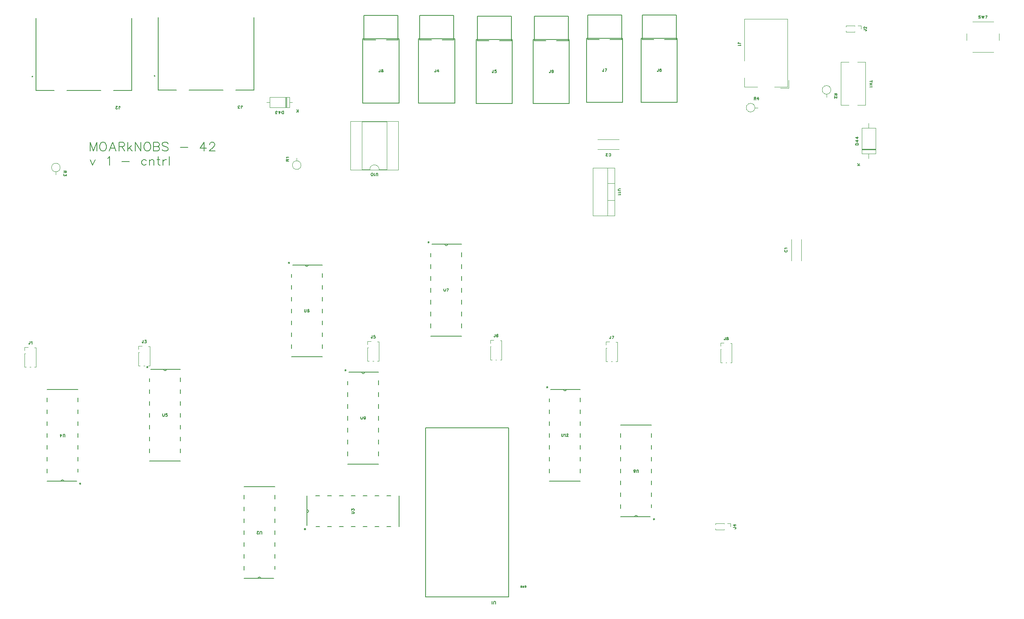
<source format=gto>
G04 Layer: TopSilkscreenLayer*
G04 EasyEDA Pro v2.2.35.2, 2025-01-25 12:46:23*
G04 Gerber Generator version 0.3*
G04 Scale: 100 percent, Rotated: No, Reflected: No*
G04 Dimensions in millimeters*
G04 Leading zeros omitted, absolute positions, 4 integers and 5 decimals*
%FSLAX45Y45*%
%MOMM*%
%ADD10C,0.15*%
%ADD11C,0.2032*%
%ADD12C,0.12*%
%ADD13C,0.1524*%
%ADD14C,0.127*%
%ADD15C,0.2041*%
%ADD16C,0.2*%
G75*


G04 Text Start*
G54D10*
G01X20641504Y-42786D02*
G01X20636170Y-37452D01*
G01X20628296Y-34912D01*
G01X20617628Y-34912D01*
G01X20609500Y-37452D01*
G01X20604420Y-42786D01*
G01X20604420Y-48120D01*
G01X20606960Y-53454D01*
G01X20609500Y-55994D01*
G01X20614834Y-58788D01*
G01X20630836Y-64122D01*
G01X20636170Y-66662D01*
G01X20638710Y-69456D01*
G01X20641504Y-74790D01*
G01X20641504Y-82664D01*
G01X20636170Y-87998D01*
G01X20628296Y-90538D01*
G01X20617628Y-90538D01*
G01X20609500Y-87998D01*
G01X20604420Y-82664D01*
G01X20669190Y-34912D02*
G01X20682652Y-90538D01*
G01X20695860Y-34912D02*
G01X20682652Y-90538D01*
G01X20695860Y-34912D02*
G01X20709068Y-90538D01*
G01X20722276Y-34912D02*
G01X20709068Y-90538D01*
G01X20787300Y-34912D02*
G01X20760630Y-90538D01*
G01X20749962Y-34912D02*
G01X20787300Y-34912D01*
G01X10216956Y-1200112D02*
G01X10216956Y-1242530D01*
G01X10214416Y-1250404D01*
G01X10211622Y-1253198D01*
G01X10206288Y-1255738D01*
G01X10200954Y-1255738D01*
G01X10195620Y-1253198D01*
G01X10193080Y-1250404D01*
G01X10190540Y-1242530D01*
G01X10190540Y-1237196D01*
G01X10276646Y-1200112D02*
G01X10249976Y-1200112D01*
G01X10247436Y-1223988D01*
G01X10249976Y-1221194D01*
G01X10258104Y-1218654D01*
G01X10265978Y-1218654D01*
G01X10273852Y-1221194D01*
G01X10279186Y-1226528D01*
G01X10281980Y-1234656D01*
G01X10281980Y-1239990D01*
G01X10279186Y-1247864D01*
G01X10273852Y-1253198D01*
G01X10265978Y-1255738D01*
G01X10258104Y-1255738D01*
G01X10249976Y-1253198D01*
G01X10247436Y-1250404D01*
G01X10244642Y-1245070D01*
G01X5257994Y-11144288D02*
G01X5257994Y-11104410D01*
G01X5255454Y-11096536D01*
G01X5250120Y-11091202D01*
G01X5242246Y-11088662D01*
G01X5236912Y-11088662D01*
G01X5228784Y-11091202D01*
G01X5223704Y-11096536D01*
G01X5220910Y-11104410D01*
G01X5220910Y-11144288D01*
G01X5190430Y-11131080D02*
G01X5190430Y-11133874D01*
G01X5187890Y-11138954D01*
G01X5185096Y-11141748D01*
G01X5179762Y-11144288D01*
G01X5169348Y-11144288D01*
G01X5164014Y-11141748D01*
G01X5161220Y-11138954D01*
G01X5158680Y-11133874D01*
G01X5158680Y-11128540D01*
G01X5161220Y-11123206D01*
G01X5166554Y-11115078D01*
G01X5193224Y-11088662D01*
G01X5155886Y-11088662D01*
G01X18326488Y-1439574D02*
G01X18270862Y-1439574D01*
G01X18326488Y-1421032D02*
G01X18326488Y-1458116D01*
G01X18326488Y-1485802D02*
G01X18270862Y-1485802D01*
G01X18326488Y-1523140D02*
G01X18270862Y-1523140D01*
G01X18300072Y-1485802D02*
G01X18300072Y-1523140D01*
G01X18316074Y-1550826D02*
G01X18318614Y-1556160D01*
G01X18326488Y-1564288D01*
G01X18270862Y-1564288D01*
G01X12691240Y-3032580D02*
G01X12693780Y-3037914D01*
G01X12699114Y-3043248D01*
G01X12704448Y-3045788D01*
G01X12715116Y-3045788D01*
G01X12720450Y-3043248D01*
G01X12725784Y-3037914D01*
G01X12728324Y-3032580D01*
G01X12730864Y-3024706D01*
G01X12730864Y-3011244D01*
G01X12728324Y-3003370D01*
G01X12725784Y-2998036D01*
G01X12720450Y-2992702D01*
G01X12715116Y-2990162D01*
G01X12704448Y-2990162D01*
G01X12699114Y-2992702D01*
G01X12693780Y-2998036D01*
G01X12691240Y-3003370D01*
G01X12660760Y-3032580D02*
G01X12660760Y-3035374D01*
G01X12658220Y-3040454D01*
G01X12655426Y-3043248D01*
G01X12650092Y-3045788D01*
G01X12639678Y-3045788D01*
G01X12634344Y-3043248D01*
G01X12631550Y-3040454D01*
G01X12629010Y-3035374D01*
G01X12629010Y-3030040D01*
G01X12631550Y-3024706D01*
G01X12636884Y-3016578D01*
G01X12663554Y-2990162D01*
G01X12626216Y-2990162D01*
G01X16461920Y-5059302D02*
G01X16456586Y-5061842D01*
G01X16451252Y-5067176D01*
G01X16448712Y-5072510D01*
G01X16448712Y-5083178D01*
G01X16451252Y-5088512D01*
G01X16456586Y-5093846D01*
G01X16461920Y-5096386D01*
G01X16469794Y-5098926D01*
G01X16483256Y-5098926D01*
G01X16491130Y-5096386D01*
G01X16496464Y-5093846D01*
G01X16501798Y-5088512D01*
G01X16504338Y-5083178D01*
G01X16504338Y-5072510D01*
G01X16501798Y-5067176D01*
G01X16496464Y-5061842D01*
G01X16491130Y-5059302D01*
G01X16459126Y-5031616D02*
G01X16456586Y-5026282D01*
G01X16448712Y-5018154D01*
G01X16504338Y-5018154D01*
G01X5783312Y-3150556D02*
G01X5838938Y-3150556D01*
G01X5783312Y-3150556D02*
G01X5783312Y-3126680D01*
G01X5785852Y-3118806D01*
G01X5788646Y-3116266D01*
G01X5793726Y-3113472D01*
G01X5799060Y-3113472D01*
G01X5804394Y-3116266D01*
G01X5807188Y-3118806D01*
G01X5809728Y-3126680D01*
G01X5809728Y-3150556D01*
G01X5809728Y-3132014D02*
G01X5838938Y-3113472D01*
G01X5793726Y-3085786D02*
G01X5791186Y-3080452D01*
G01X5783312Y-3072324D01*
G01X5838938Y-3072324D01*
G01X17971112Y-2803846D02*
G01X18026738Y-2803846D01*
G01X17971112Y-2803846D02*
G01X17971112Y-2785304D01*
G01X17973652Y-2777430D01*
G01X17978986Y-2772096D01*
G01X17984320Y-2769556D01*
G01X17992194Y-2766762D01*
G01X18005656Y-2766762D01*
G01X18013530Y-2769556D01*
G01X18018864Y-2772096D01*
G01X18024198Y-2777430D01*
G01X18026738Y-2785304D01*
G01X18026738Y-2803846D01*
G01X17971112Y-2712406D02*
G01X18008196Y-2739076D01*
G01X18008196Y-2699198D01*
G01X17971112Y-2712406D02*
G01X18026738Y-2712406D01*
G01X17971112Y-2644842D02*
G01X18008196Y-2671512D01*
G01X18008196Y-2631634D01*
G01X17971112Y-2644842D02*
G01X18026738Y-2644842D01*
G01X18008112Y-3244282D02*
G01X18063738Y-3244282D01*
G01X18008112Y-3207198D02*
G01X18045196Y-3244282D01*
G01X18031988Y-3231074D02*
G01X18063738Y-3207198D01*
G01X5723576Y-2136088D02*
G01X5723576Y-2080462D01*
G01X5723576Y-2136088D02*
G01X5705034Y-2136088D01*
G01X5697160Y-2133548D01*
G01X5691826Y-2128214D01*
G01X5689286Y-2122880D01*
G01X5686492Y-2115006D01*
G01X5686492Y-2101544D01*
G01X5689286Y-2093670D01*
G01X5691826Y-2088336D01*
G01X5697160Y-2083002D01*
G01X5705034Y-2080462D01*
G01X5723576Y-2080462D01*
G01X5632136Y-2136088D02*
G01X5658806Y-2099004D01*
G01X5618928Y-2099004D01*
G01X5632136Y-2136088D02*
G01X5632136Y-2080462D01*
G01X5585908Y-2136088D02*
G01X5556698Y-2136088D01*
G01X5572700Y-2115006D01*
G01X5564572Y-2115006D01*
G01X5559238Y-2112212D01*
G01X5556698Y-2109672D01*
G01X5553904Y-2101544D01*
G01X5553904Y-2096210D01*
G01X5556698Y-2088336D01*
G01X5562032Y-2083002D01*
G01X5569906Y-2080462D01*
G01X5577780Y-2080462D01*
G01X5585908Y-2083002D01*
G01X5588448Y-2085796D01*
G01X5591242Y-2091130D01*
G01X6038282Y-2104088D02*
G01X6038282Y-2048462D01*
G01X6001198Y-2104088D02*
G01X6038282Y-2067004D01*
G01X6025074Y-2080212D02*
G01X6001198Y-2048462D01*
G01X15509588Y-633594D02*
G01X15467170Y-633594D01*
G01X15459296Y-631054D01*
G01X15456502Y-628260D01*
G01X15453962Y-622926D01*
G01X15453962Y-617592D01*
G01X15456502Y-612258D01*
G01X15459296Y-609718D01*
G01X15467170Y-607178D01*
G01X15472504Y-607178D01*
G01X15499174Y-661280D02*
G01X15501714Y-666614D01*
G01X15509588Y-674742D01*
G01X15453962Y-674742D01*
G01X10262556Y-12642888D02*
G01X10262556Y-12603010D01*
G01X10260016Y-12595136D01*
G01X10254682Y-12589802D01*
G01X10246808Y-12587262D01*
G01X10241474Y-12587262D01*
G01X10233346Y-12589802D01*
G01X10228266Y-12595136D01*
G01X10225472Y-12603010D01*
G01X10225472Y-12642888D01*
G01X10197786Y-12632474D02*
G01X10192452Y-12635014D01*
G01X10184324Y-12642888D01*
G01X10184324Y-12587262D01*
G01X10890698Y-12278872D02*
G01X10892222Y-12281920D01*
G01X10895270Y-12284968D01*
G01X10898318Y-12286492D01*
G01X10904414Y-12286492D01*
G01X10907462Y-12284968D01*
G01X10910510Y-12281920D01*
G01X10912034Y-12278872D01*
G01X10913558Y-12274300D01*
G01X10913558Y-12266680D01*
G01X10912034Y-12262108D01*
G01X10910510Y-12259060D01*
G01X10907462Y-12256012D01*
G01X10904414Y-12254488D01*
G01X10898318Y-12254488D01*
G01X10895270Y-12256012D01*
G01X10892222Y-12259060D01*
G01X10890698Y-12262108D01*
G01X10890698Y-12266680D01*
G01X10898318Y-12266680D02*
G01X10890698Y-12266680D01*
G01X10868346Y-12286492D02*
G01X10868346Y-12254488D01*
G01X10868346Y-12286492D02*
G01X10847010Y-12254488D01*
G01X10847010Y-12286492D02*
G01X10847010Y-12254488D01*
G01X10824658Y-12286492D02*
G01X10824658Y-12254488D01*
G01X10824658Y-12286492D02*
G01X10813990Y-12286492D01*
G01X10809418Y-12284968D01*
G01X10806370Y-12281920D01*
G01X10804846Y-12278872D01*
G01X10803322Y-12274300D01*
G01X10803322Y-12266680D01*
G01X10804846Y-12262108D01*
G01X10806370Y-12259060D01*
G01X10809418Y-12256012D01*
G01X10813990Y-12254488D01*
G01X10824658Y-12254488D01*
G01X11675932Y-8997912D02*
G01X11675932Y-9037790D01*
G01X11678472Y-9045664D01*
G01X11683806Y-9050998D01*
G01X11691680Y-9053538D01*
G01X11697014Y-9053538D01*
G01X11705142Y-9050998D01*
G01X11710222Y-9045664D01*
G01X11713016Y-9037790D01*
G01X11713016Y-8997912D01*
G01X11740702Y-9008326D02*
G01X11746036Y-9005786D01*
G01X11754164Y-8997912D01*
G01X11754164Y-9053538D01*
G01X11784644Y-9011120D02*
G01X11784644Y-9008326D01*
G01X11787184Y-9003246D01*
G01X11789978Y-9000452D01*
G01X11795312Y-8997912D01*
G01X11805726Y-8997912D01*
G01X11811060Y-9000452D01*
G01X11813854Y-9003246D01*
G01X11816394Y-9008326D01*
G01X11816394Y-9013660D01*
G01X11813854Y-9018994D01*
G01X11808520Y-9027122D01*
G01X11781850Y-9053538D01*
G01X11819188Y-9053538D01*
G01X11366560Y-7983690D02*
G01X11366560Y-8015694D01*
G01X11353352Y-7991818D02*
G01X11379768Y-8007820D01*
G01X11379768Y-7991818D02*
G01X11353352Y-8007820D01*
G01X11366560Y-7983690D02*
G01X11366560Y-8015694D01*
G01X11353352Y-7991818D02*
G01X11379768Y-8007820D01*
G01X11379768Y-7991818D02*
G01X11353352Y-8007820D01*
G01X4815744Y-2021188D02*
G01X4815744Y-1978770D01*
G01X4818284Y-1970896D01*
G01X4821078Y-1968102D01*
G01X4826412Y-1965562D01*
G01X4831746Y-1965562D01*
G01X4837080Y-1968102D01*
G01X4839620Y-1970896D01*
G01X4842160Y-1978770D01*
G01X4842160Y-1984104D01*
G01X4782724Y-2021188D02*
G01X4753514Y-2021188D01*
G01X4769516Y-2000106D01*
G01X4761388Y-2000106D01*
G01X4756054Y-1997312D01*
G01X4753514Y-1994772D01*
G01X4750720Y-1986644D01*
G01X4750720Y-1981310D01*
G01X4753514Y-1973436D01*
G01X4758848Y-1968102D01*
G01X4766722Y-1965562D01*
G01X4774596Y-1965562D01*
G01X4782724Y-1968102D01*
G01X4785264Y-1970896D01*
G01X4788058Y-1976230D01*
G01X6173403Y-6330912D02*
G01X6173403Y-6370790D01*
G01X6175943Y-6378664D01*
G01X6181277Y-6383998D01*
G01X6189151Y-6386538D01*
G01X6194485Y-6386538D01*
G01X6202613Y-6383998D01*
G01X6207693Y-6378664D01*
G01X6210487Y-6370790D01*
G01X6210487Y-6330912D01*
G01X6270177Y-6338786D02*
G01X6267383Y-6333452D01*
G01X6259509Y-6330912D01*
G01X6254175Y-6330912D01*
G01X6246301Y-6333452D01*
G01X6240967Y-6341326D01*
G01X6238173Y-6354788D01*
G01X6238173Y-6367996D01*
G01X6240967Y-6378664D01*
G01X6246301Y-6383998D01*
G01X6254175Y-6386538D01*
G01X6256715Y-6386538D01*
G01X6264843Y-6383998D01*
G01X6270177Y-6378664D01*
G01X6272717Y-6370790D01*
G01X6272717Y-6367996D01*
G01X6270177Y-6360122D01*
G01X6264843Y-6354788D01*
G01X6256715Y-6351994D01*
G01X6254175Y-6351994D01*
G01X6246301Y-6354788D01*
G01X6240967Y-6360122D01*
G01X6238173Y-6367996D01*
G01X5842060Y-5316690D02*
G01X5842060Y-5348694D01*
G01X5828852Y-5324818D02*
G01X5855268Y-5340820D01*
G01X5855268Y-5324818D02*
G01X5828852Y-5340820D01*
G01X5842060Y-5316690D02*
G01X5842060Y-5348694D01*
G01X5828852Y-5324818D02*
G01X5855268Y-5340820D01*
G01X5855268Y-5324818D02*
G01X5828852Y-5340820D01*
G01X7181812Y-10706294D02*
G01X7221690Y-10706294D01*
G01X7229564Y-10703754D01*
G01X7234898Y-10698420D01*
G01X7237438Y-10690546D01*
G01X7237438Y-10685212D01*
G01X7234898Y-10677084D01*
G01X7229564Y-10672004D01*
G01X7221690Y-10669210D01*
G01X7181812Y-10669210D01*
G01X7181812Y-10636190D02*
G01X7181812Y-10606980D01*
G01X7202894Y-10622982D01*
G01X7202894Y-10614854D01*
G01X7205688Y-10609520D01*
G01X7208228Y-10606980D01*
G01X7216356Y-10604186D01*
G01X7221690Y-10604186D01*
G01X7229564Y-10606980D01*
G01X7234898Y-10612314D01*
G01X7237438Y-10620188D01*
G01X7237438Y-10628062D01*
G01X7234898Y-10636190D01*
G01X7232104Y-10638730D01*
G01X7226770Y-10641524D01*
G01X6167590Y-11036240D02*
G01X6199594Y-11036240D01*
G01X6175718Y-11049448D02*
G01X6191720Y-11023032D01*
G01X6175718Y-11023032D02*
G01X6191720Y-11049448D01*
G01X6167590Y-11036240D02*
G01X6199594Y-11036240D01*
G01X6175718Y-11049448D02*
G01X6191720Y-11023032D01*
G01X6175718Y-11023032D02*
G01X6191720Y-11049448D01*
G01X12579156Y-1174712D02*
G01X12579156Y-1217130D01*
G01X12576616Y-1225004D01*
G01X12573822Y-1227798D01*
G01X12568488Y-1230338D01*
G01X12563154Y-1230338D01*
G01X12557820Y-1227798D01*
G01X12555280Y-1225004D01*
G01X12552740Y-1217130D01*
G01X12552740Y-1211796D01*
G01X12644180Y-1174712D02*
G01X12617510Y-1230338D01*
G01X12606842Y-1174712D02*
G01X12644180Y-1174712D01*
G01X3136706Y-8566112D02*
G01X3136706Y-8605990D01*
G01X3139246Y-8613864D01*
G01X3144580Y-8619198D01*
G01X3152454Y-8621738D01*
G01X3157788Y-8621738D01*
G01X3165916Y-8619198D01*
G01X3170996Y-8613864D01*
G01X3173790Y-8605990D01*
G01X3173790Y-8566112D01*
G01X3233480Y-8566112D02*
G01X3206810Y-8566112D01*
G01X3204270Y-8589988D01*
G01X3206810Y-8587194D01*
G01X3214938Y-8584654D01*
G01X3222812Y-8584654D01*
G01X3230686Y-8587194D01*
G01X3236020Y-8592528D01*
G01X3238814Y-8600656D01*
G01X3238814Y-8605990D01*
G01X3236020Y-8613864D01*
G01X3230686Y-8619198D01*
G01X3222812Y-8621738D01*
G01X3214938Y-8621738D01*
G01X3206810Y-8619198D01*
G01X3204270Y-8616404D01*
G01X3201476Y-8611070D01*
G01X2806760Y-7551890D02*
G01X2806760Y-7583894D01*
G01X2793552Y-7560018D02*
G01X2819968Y-7576020D01*
G01X2819968Y-7560018D02*
G01X2793552Y-7576020D01*
G01X2806760Y-7551890D02*
G01X2806760Y-7583894D01*
G01X2793552Y-7560018D02*
G01X2819968Y-7576020D01*
G01X2819968Y-7560018D02*
G01X2793552Y-7576020D01*
G01X13748953Y-1174712D02*
G01X13748953Y-1217130D01*
G01X13746413Y-1225004D01*
G01X13743619Y-1227798D01*
G01X13738285Y-1230338D01*
G01X13732951Y-1230338D01*
G01X13727617Y-1227798D01*
G01X13725077Y-1225004D01*
G01X13722537Y-1217130D01*
G01X13722537Y-1211796D01*
G01X13808643Y-1182586D02*
G01X13805849Y-1177252D01*
G01X13797975Y-1174712D01*
G01X13792641Y-1174712D01*
G01X13784767Y-1177252D01*
G01X13779433Y-1185126D01*
G01X13776639Y-1198588D01*
G01X13776639Y-1211796D01*
G01X13779433Y-1222464D01*
G01X13784767Y-1227798D01*
G01X13792641Y-1230338D01*
G01X13795181Y-1230338D01*
G01X13803309Y-1227798D01*
G01X13808643Y-1222464D01*
G01X13811183Y-1214590D01*
G01X13811183Y-1211796D01*
G01X13808643Y-1203922D01*
G01X13803309Y-1198588D01*
G01X13795181Y-1195794D01*
G01X13792641Y-1195794D01*
G01X13784767Y-1198588D01*
G01X13779433Y-1203922D01*
G01X13776639Y-1211796D01*
G01X17571988Y-1701606D02*
G01X17516362Y-1701606D01*
G01X17571988Y-1701606D02*
G01X17571988Y-1725482D01*
G01X17569448Y-1733356D01*
G01X17566654Y-1735896D01*
G01X17561574Y-1738690D01*
G01X17556240Y-1738690D01*
G01X17550906Y-1735896D01*
G01X17548112Y-1733356D01*
G01X17545572Y-1725482D01*
G01X17545572Y-1701606D01*
G01X17545572Y-1720148D02*
G01X17516362Y-1738690D01*
G01X17558780Y-1769170D02*
G01X17561574Y-1769170D01*
G01X17566654Y-1771710D01*
G01X17569448Y-1774504D01*
G01X17571988Y-1779838D01*
G01X17571988Y-1790252D01*
G01X17569448Y-1795586D01*
G01X17566654Y-1798380D01*
G01X17561574Y-1800920D01*
G01X17556240Y-1800920D01*
G01X17550906Y-1798380D01*
G01X17542778Y-1793046D01*
G01X17516362Y-1766376D01*
G01X17516362Y-1803714D01*
G01X7379903Y-8629612D02*
G01X7379903Y-8669490D01*
G01X7382443Y-8677364D01*
G01X7387777Y-8682698D01*
G01X7395651Y-8685238D01*
G01X7400985Y-8685238D01*
G01X7409113Y-8682698D01*
G01X7414193Y-8677364D01*
G01X7416987Y-8669490D01*
G01X7416987Y-8629612D01*
G01X7479217Y-8648154D02*
G01X7476677Y-8656028D01*
G01X7471343Y-8661362D01*
G01X7463215Y-8664156D01*
G01X7460675Y-8664156D01*
G01X7452801Y-8661362D01*
G01X7447467Y-8656028D01*
G01X7444673Y-8648154D01*
G01X7444673Y-8645360D01*
G01X7447467Y-8637486D01*
G01X7452801Y-8632152D01*
G01X7460675Y-8629612D01*
G01X7463215Y-8629612D01*
G01X7471343Y-8632152D01*
G01X7476677Y-8637486D01*
G01X7479217Y-8648154D01*
G01X7479217Y-8661362D01*
G01X7476677Y-8674570D01*
G01X7471343Y-8682698D01*
G01X7463215Y-8685238D01*
G01X7458135Y-8685238D01*
G01X7450007Y-8682698D01*
G01X7447467Y-8677364D01*
G01X7048560Y-7615390D02*
G01X7048560Y-7647394D01*
G01X7035352Y-7623518D02*
G01X7061768Y-7639520D01*
G01X7061768Y-7623518D02*
G01X7035352Y-7639520D01*
G01X7048560Y-7615390D02*
G01X7048560Y-7647394D01*
G01X7035352Y-7623518D02*
G01X7061768Y-7639520D01*
G01X7061768Y-7623518D02*
G01X7035352Y-7639520D01*
G01X7742368Y-3465188D02*
G01X7742368Y-3425310D01*
G01X7739828Y-3417436D01*
G01X7734494Y-3412102D01*
G01X7726620Y-3409562D01*
G01X7721286Y-3409562D01*
G01X7713158Y-3412102D01*
G01X7708078Y-3417436D01*
G01X7705284Y-3425310D01*
G01X7705284Y-3465188D01*
G01X7677598Y-3454774D02*
G01X7672264Y-3457314D01*
G01X7664136Y-3465188D01*
G01X7664136Y-3409562D01*
G01X7620448Y-3465188D02*
G01X7628322Y-3462648D01*
G01X7633656Y-3454774D01*
G01X7636450Y-3441312D01*
G01X7636450Y-3433438D01*
G01X7633656Y-3420230D01*
G01X7628322Y-3412102D01*
G01X7620448Y-3409562D01*
G01X7615114Y-3409562D01*
G01X7607240Y-3412102D01*
G01X7601906Y-3420230D01*
G01X7599112Y-3433438D01*
G01X7599112Y-3441312D01*
G01X7601906Y-3454774D01*
G01X7607240Y-3462648D01*
G01X7615114Y-3465188D01*
G01X7620448Y-3465188D01*
G01X13322494Y-9823488D02*
G01X13322494Y-9783610D01*
G01X13319954Y-9775736D01*
G01X13314620Y-9770402D01*
G01X13306746Y-9767862D01*
G01X13301412Y-9767862D01*
G01X13293284Y-9770402D01*
G01X13288204Y-9775736D01*
G01X13285410Y-9783610D01*
G01X13285410Y-9823488D01*
G01X13244262Y-9823488D02*
G01X13252390Y-9820948D01*
G01X13254930Y-9815614D01*
G01X13254930Y-9810280D01*
G01X13252390Y-9804946D01*
G01X13247056Y-9802406D01*
G01X13236388Y-9799612D01*
G01X13228514Y-9797072D01*
G01X13223180Y-9791738D01*
G01X13220386Y-9786404D01*
G01X13220386Y-9778530D01*
G01X13223180Y-9773196D01*
G01X13225720Y-9770402D01*
G01X13233848Y-9767862D01*
G01X13244262Y-9767862D01*
G01X13252390Y-9770402D01*
G01X13254930Y-9773196D01*
G01X13257724Y-9778530D01*
G01X13257724Y-9786404D01*
G01X13254930Y-9791738D01*
G01X13249596Y-9797072D01*
G01X13241722Y-9799612D01*
G01X13231054Y-9802406D01*
G01X13225720Y-9804946D01*
G01X13223180Y-9810280D01*
G01X13223180Y-9815614D01*
G01X13225720Y-9820948D01*
G01X13233848Y-9823488D01*
G01X13244262Y-9823488D01*
G01X13652440Y-10837710D02*
G01X13652440Y-10805706D01*
G01X13665648Y-10829582D02*
G01X13639232Y-10813580D01*
G01X13639232Y-10829582D02*
G01X13665648Y-10813580D01*
G01X13652440Y-10837710D02*
G01X13652440Y-10805706D01*
G01X13665648Y-10829582D02*
G01X13639232Y-10813580D01*
G01X13639232Y-10829582D02*
G01X13665648Y-10813580D01*
G01X1042864Y-9061488D02*
G01X1042864Y-9021610D01*
G01X1040324Y-9013736D01*
G01X1034990Y-9008402D01*
G01X1027116Y-9005862D01*
G01X1021782Y-9005862D01*
G01X1013654Y-9008402D01*
G01X1008574Y-9013736D01*
G01X1005780Y-9021610D01*
G01X1005780Y-9061488D01*
G01X951424Y-9061488D02*
G01X978094Y-9024404D01*
G01X938216Y-9024404D01*
G01X951424Y-9061488D02*
G01X951424Y-9005862D01*
G01X1371540Y-10075710D02*
G01X1371540Y-10043706D01*
G01X1384748Y-10067582D02*
G01X1358332Y-10051580D01*
G01X1358332Y-10067582D02*
G01X1384748Y-10051580D01*
G01X1371540Y-10075710D02*
G01X1371540Y-10043706D01*
G01X1384748Y-10067582D02*
G01X1358332Y-10051580D01*
G01X1358332Y-10067582D02*
G01X1384748Y-10051580D01*
G01X11437553Y-1200112D02*
G01X11437553Y-1242530D01*
G01X11435013Y-1250404D01*
G01X11432219Y-1253198D01*
G01X11426885Y-1255738D01*
G01X11421551Y-1255738D01*
G01X11416217Y-1253198D01*
G01X11413677Y-1250404D01*
G01X11411137Y-1242530D01*
G01X11411137Y-1237196D01*
G01X11499783Y-1218654D02*
G01X11497243Y-1226528D01*
G01X11491909Y-1231862D01*
G01X11483781Y-1234656D01*
G01X11481241Y-1234656D01*
G01X11473367Y-1231862D01*
G01X11468033Y-1226528D01*
G01X11465239Y-1218654D01*
G01X11465239Y-1215860D01*
G01X11468033Y-1207986D01*
G01X11473367Y-1202652D01*
G01X11481241Y-1200112D01*
G01X11483781Y-1200112D01*
G01X11491909Y-1202652D01*
G01X11497243Y-1207986D01*
G01X11499783Y-1218654D01*
G01X11499783Y-1231862D01*
G01X11497243Y-1245070D01*
G01X11491909Y-1253198D01*
G01X11483781Y-1255738D01*
G01X11478701Y-1255738D01*
G01X11470573Y-1253198D01*
G01X11468033Y-1247864D01*
G01X9156506Y-5886412D02*
G01X9156506Y-5926290D01*
G01X9159046Y-5934164D01*
G01X9164380Y-5939498D01*
G01X9172254Y-5942038D01*
G01X9177588Y-5942038D01*
G01X9185716Y-5939498D01*
G01X9190796Y-5934164D01*
G01X9193590Y-5926290D01*
G01X9193590Y-5886412D01*
G01X9258614Y-5886412D02*
G01X9231944Y-5942038D01*
G01X9221276Y-5886412D02*
G01X9258614Y-5886412D01*
G01X8826560Y-4872190D02*
G01X8826560Y-4904194D01*
G01X8813352Y-4880318D02*
G01X8839768Y-4896320D01*
G01X8839768Y-4880318D02*
G01X8813352Y-4896320D01*
G01X8826560Y-4872190D02*
G01X8826560Y-4904194D01*
G01X8813352Y-4880318D02*
G01X8839768Y-4896320D01*
G01X8839768Y-4880318D02*
G01X8813352Y-4896320D01*
G01X2199544Y-2033888D02*
G01X2199544Y-1991470D01*
G01X2202084Y-1983596D01*
G01X2204878Y-1980802D01*
G01X2210212Y-1978262D01*
G01X2215546Y-1978262D01*
G01X2220880Y-1980802D01*
G01X2223420Y-1983596D01*
G01X2225960Y-1991470D01*
G01X2225960Y-1996804D01*
G01X2169064Y-2020680D02*
G01X2169064Y-2023474D01*
G01X2166524Y-2028554D01*
G01X2163730Y-2031348D01*
G01X2158396Y-2033888D01*
G01X2147982Y-2033888D01*
G01X2142648Y-2031348D01*
G01X2139854Y-2028554D01*
G01X2137314Y-2023474D01*
G01X2137314Y-2018140D01*
G01X2139854Y-2012806D01*
G01X2145188Y-2004678D01*
G01X2171858Y-1978262D01*
G01X2134520Y-1978262D01*
G01X1074688Y-3365306D02*
G01X1019062Y-3365306D01*
G01X1074688Y-3365306D02*
G01X1074688Y-3389182D01*
G01X1072148Y-3397056D01*
G01X1069354Y-3399596D01*
G01X1064274Y-3402390D01*
G01X1058940Y-3402390D01*
G01X1053606Y-3399596D01*
G01X1050812Y-3397056D01*
G01X1048272Y-3389182D01*
G01X1048272Y-3365306D01*
G01X1048272Y-3383848D02*
G01X1019062Y-3402390D01*
G01X1074688Y-3435410D02*
G01X1074688Y-3464620D01*
G01X1053606Y-3448618D01*
G01X1053606Y-3456746D01*
G01X1050812Y-3462080D01*
G01X1048272Y-3464620D01*
G01X1040144Y-3467414D01*
G01X1034810Y-3467414D01*
G01X1026936Y-3464620D01*
G01X1021602Y-3459286D01*
G01X1019062Y-3451412D01*
G01X1019062Y-3443538D01*
G01X1021602Y-3435410D01*
G01X1024396Y-3432870D01*
G01X1029730Y-3430076D01*
G01X8983786Y-1187412D02*
G01X8983786Y-1229830D01*
G01X8981246Y-1237704D01*
G01X8978452Y-1240498D01*
G01X8973118Y-1243038D01*
G01X8967784Y-1243038D01*
G01X8962450Y-1240498D01*
G01X8959910Y-1237704D01*
G01X8957370Y-1229830D01*
G01X8957370Y-1224496D01*
G01X9038142Y-1187412D02*
G01X9011472Y-1224496D01*
G01X9051350Y-1224496D01*
G01X9038142Y-1187412D02*
G01X9038142Y-1243038D01*
G01X12942888Y-3750370D02*
G01X12903010Y-3750370D01*
G01X12895136Y-3752910D01*
G01X12889802Y-3758244D01*
G01X12887262Y-3766118D01*
G01X12887262Y-3771452D01*
G01X12889802Y-3779580D01*
G01X12895136Y-3784660D01*
G01X12903010Y-3787454D01*
G01X12942888Y-3787454D01*
G01X12932474Y-3815140D02*
G01X12935014Y-3820474D01*
G01X12942888Y-3828602D01*
G01X12887262Y-3828602D01*
G01X12932474Y-3856288D02*
G01X12935014Y-3861622D01*
G01X12942888Y-3869750D01*
G01X12887262Y-3869750D01*
G01X7791256Y-1187412D02*
G01X7791256Y-1229830D01*
G01X7788716Y-1237704D01*
G01X7785922Y-1240498D01*
G01X7780588Y-1243038D01*
G01X7775254Y-1243038D01*
G01X7769920Y-1240498D01*
G01X7767380Y-1237704D01*
G01X7764840Y-1229830D01*
G01X7764840Y-1224496D01*
G01X7832404Y-1187412D02*
G01X7824276Y-1189952D01*
G01X7821736Y-1195286D01*
G01X7821736Y-1200620D01*
G01X7824276Y-1205954D01*
G01X7829610Y-1208494D01*
G01X7840278Y-1211288D01*
G01X7848152Y-1213828D01*
G01X7853486Y-1219162D01*
G01X7856280Y-1224496D01*
G01X7856280Y-1232370D01*
G01X7853486Y-1237704D01*
G01X7850946Y-1240498D01*
G01X7842818Y-1243038D01*
G01X7832404Y-1243038D01*
G01X7824276Y-1240498D01*
G01X7821736Y-1237704D01*
G01X7818942Y-1232370D01*
G01X7818942Y-1224496D01*
G01X7821736Y-1219162D01*
G01X7827070Y-1213828D01*
G01X7834944Y-1211288D01*
G01X7845612Y-1208494D01*
G01X7850946Y-1205954D01*
G01X7853486Y-1200620D01*
G01X7853486Y-1195286D01*
G01X7850946Y-1189952D01*
G01X7842818Y-1187412D01*
G01X7832404Y-1187412D01*
G01X15797336Y-1782812D02*
G01X15797336Y-1838438D01*
G01X15797336Y-1782812D02*
G01X15821212Y-1782812D01*
G01X15829086Y-1785352D01*
G01X15831626Y-1788146D01*
G01X15834420Y-1793226D01*
G01X15834420Y-1798560D01*
G01X15831626Y-1803894D01*
G01X15829086Y-1806688D01*
G01X15821212Y-1809228D01*
G01X15797336Y-1809228D01*
G01X15815878Y-1809228D02*
G01X15834420Y-1838438D01*
G01X15888776Y-1782812D02*
G01X15862106Y-1819896D01*
G01X15901984Y-1819896D01*
G01X15888776Y-1782812D02*
G01X15888776Y-1838438D01*
G01X296694Y-7017912D02*
G01X296694Y-7060330D01*
G01X294154Y-7068204D01*
G01X291360Y-7070998D01*
G01X286026Y-7073538D01*
G01X280692Y-7073538D01*
G01X275358Y-7070998D01*
G01X272818Y-7068204D01*
G01X270278Y-7060330D01*
G01X270278Y-7054996D01*
G01X324380Y-7028326D02*
G01X329714Y-7025786D01*
G01X337842Y-7017912D01*
G01X337842Y-7073538D01*
G01X2723156Y-6992512D02*
G01X2723156Y-7034930D01*
G01X2720616Y-7042804D01*
G01X2717822Y-7045598D01*
G01X2712488Y-7048138D01*
G01X2707154Y-7048138D01*
G01X2701820Y-7045598D01*
G01X2699280Y-7042804D01*
G01X2696740Y-7034930D01*
G01X2696740Y-7029596D01*
G01X2756176Y-6992512D02*
G01X2785386Y-6992512D01*
G01X2769384Y-7013594D01*
G01X2777512Y-7013594D01*
G01X2782846Y-7016388D01*
G01X2785386Y-7018928D01*
G01X2788180Y-7027056D01*
G01X2788180Y-7032390D01*
G01X2785386Y-7040264D01*
G01X2780052Y-7045598D01*
G01X2772178Y-7048138D01*
G01X2764304Y-7048138D01*
G01X2756176Y-7045598D01*
G01X2753636Y-7042804D01*
G01X2750842Y-7037470D01*
G01X7625356Y-6890912D02*
G01X7625356Y-6933330D01*
G01X7622816Y-6941204D01*
G01X7620022Y-6943998D01*
G01X7614688Y-6946538D01*
G01X7609354Y-6946538D01*
G01X7604020Y-6943998D01*
G01X7601480Y-6941204D01*
G01X7598940Y-6933330D01*
G01X7598940Y-6927996D01*
G01X7685046Y-6890912D02*
G01X7658376Y-6890912D01*
G01X7655836Y-6914788D01*
G01X7658376Y-6911994D01*
G01X7666504Y-6909454D01*
G01X7674378Y-6909454D01*
G01X7682252Y-6911994D01*
G01X7687586Y-6917328D01*
G01X7690380Y-6925456D01*
G01X7690380Y-6930790D01*
G01X7687586Y-6938664D01*
G01X7682252Y-6943998D01*
G01X7674378Y-6946538D01*
G01X7666504Y-6946538D01*
G01X7658376Y-6943998D01*
G01X7655836Y-6941204D01*
G01X7653042Y-6935870D01*
G01X10255653Y-6865512D02*
G01X10255653Y-6907930D01*
G01X10253113Y-6915804D01*
G01X10250319Y-6918598D01*
G01X10244985Y-6921138D01*
G01X10239651Y-6921138D01*
G01X10234317Y-6918598D01*
G01X10231777Y-6915804D01*
G01X10229237Y-6907930D01*
G01X10229237Y-6902596D01*
G01X10315343Y-6873386D02*
G01X10312549Y-6868052D01*
G01X10304675Y-6865512D01*
G01X10299341Y-6865512D01*
G01X10291467Y-6868052D01*
G01X10286133Y-6875926D01*
G01X10283339Y-6889388D01*
G01X10283339Y-6902596D01*
G01X10286133Y-6913264D01*
G01X10291467Y-6918598D01*
G01X10299341Y-6921138D01*
G01X10301881Y-6921138D01*
G01X10310009Y-6918598D01*
G01X10315343Y-6913264D01*
G01X10317883Y-6905390D01*
G01X10317883Y-6902596D01*
G01X10315343Y-6894722D01*
G01X10310009Y-6889388D01*
G01X10301881Y-6886594D01*
G01X10299341Y-6886594D01*
G01X10291467Y-6889388D01*
G01X10286133Y-6894722D01*
G01X10283339Y-6902596D01*
G01X12730756Y-6903612D02*
G01X12730756Y-6946030D01*
G01X12728216Y-6953904D01*
G01X12725422Y-6956698D01*
G01X12720088Y-6959238D01*
G01X12714754Y-6959238D01*
G01X12709420Y-6956698D01*
G01X12706880Y-6953904D01*
G01X12704340Y-6946030D01*
G01X12704340Y-6940696D01*
G01X12795780Y-6903612D02*
G01X12769110Y-6959238D01*
G01X12758442Y-6903612D02*
G01X12795780Y-6903612D01*
G01X15181856Y-6929012D02*
G01X15181856Y-6971430D01*
G01X15179316Y-6979304D01*
G01X15176522Y-6982098D01*
G01X15171188Y-6984638D01*
G01X15165854Y-6984638D01*
G01X15160520Y-6982098D01*
G01X15157980Y-6979304D01*
G01X15155440Y-6971430D01*
G01X15155440Y-6966096D01*
G01X15223004Y-6929012D02*
G01X15214876Y-6931552D01*
G01X15212336Y-6936886D01*
G01X15212336Y-6942220D01*
G01X15214876Y-6947554D01*
G01X15220210Y-6950094D01*
G01X15230878Y-6952888D01*
G01X15238752Y-6955428D01*
G01X15244086Y-6960762D01*
G01X15246880Y-6966096D01*
G01X15246880Y-6973970D01*
G01X15244086Y-6979304D01*
G01X15241546Y-6982098D01*
G01X15233418Y-6984638D01*
G01X15223004Y-6984638D01*
G01X15214876Y-6982098D01*
G01X15212336Y-6979304D01*
G01X15209542Y-6973970D01*
G01X15209542Y-6966096D01*
G01X15212336Y-6960762D01*
G01X15217670Y-6955428D01*
G01X15225544Y-6952888D01*
G01X15236212Y-6950094D01*
G01X15241546Y-6947554D01*
G01X15244086Y-6942220D01*
G01X15244086Y-6936886D01*
G01X15241546Y-6931552D01*
G01X15233418Y-6929012D01*
G01X15223004Y-6929012D01*
G01X18146212Y-336244D02*
G01X18188630Y-336244D01*
G01X18196504Y-338784D01*
G01X18199298Y-341578D01*
G01X18201838Y-346912D01*
G01X18201838Y-352246D01*
G01X18199298Y-357580D01*
G01X18196504Y-360120D01*
G01X18188630Y-362660D01*
G01X18183296Y-362660D01*
G01X18159420Y-305764D02*
G01X18156626Y-305764D01*
G01X18151546Y-303224D01*
G01X18148752Y-300430D01*
G01X18146212Y-295096D01*
G01X18146212Y-284682D01*
G01X18148752Y-279348D01*
G01X18151546Y-276554D01*
G01X18156626Y-274014D01*
G01X18161960Y-274014D01*
G01X18167294Y-276554D01*
G01X18175422Y-281888D01*
G01X18201838Y-308558D01*
G01X18201838Y-271220D01*
G01X15352212Y-11005514D02*
G01X15394630Y-11005514D01*
G01X15402504Y-11008054D01*
G01X15405298Y-11010848D01*
G01X15407838Y-11016182D01*
G01X15407838Y-11021516D01*
G01X15405298Y-11026850D01*
G01X15402504Y-11029390D01*
G01X15394630Y-11031930D01*
G01X15389296Y-11031930D01*
G01X15352212Y-10951158D02*
G01X15389296Y-10977828D01*
G01X15389296Y-10937950D01*
G01X15352212Y-10951158D02*
G01X15407838Y-10951158D01*
G54D11*
G01X1584960Y-2750820D02*
G01X1584960Y-2937510D01*
G01X1584960Y-2750820D02*
G01X1656080Y-2937510D01*
G01X1727200Y-2750820D02*
G01X1656080Y-2937510D01*
G01X1727200Y-2750820D02*
G01X1727200Y-2937510D01*
G01X1843532Y-2750820D02*
G01X1825752Y-2759710D01*
G01X1807972Y-2777490D01*
G01X1799082Y-2795270D01*
G01X1790192Y-2821940D01*
G01X1790192Y-2866390D01*
G01X1799082Y-2893060D01*
G01X1807972Y-2910840D01*
G01X1825752Y-2928620D01*
G01X1843532Y-2937510D01*
G01X1879092Y-2937510D01*
G01X1896872Y-2928620D01*
G01X1914652Y-2910840D01*
G01X1923542Y-2893060D01*
G01X1932432Y-2866390D01*
G01X1932432Y-2821940D01*
G01X1923542Y-2795270D01*
G01X1914652Y-2777490D01*
G01X1896872Y-2759710D01*
G01X1879092Y-2750820D01*
G01X1843532Y-2750820D01*
G01X2066544Y-2750820D02*
G01X1995424Y-2937510D01*
G01X2066544Y-2750820D02*
G01X2137664Y-2937510D01*
G01X2022094Y-2875280D02*
G01X2110994Y-2875280D01*
G01X2200656Y-2750820D02*
G01X2200656Y-2937510D01*
G01X2200656Y-2750820D02*
G01X2280666Y-2750820D01*
G01X2307336Y-2759710D01*
G01X2316226Y-2768600D01*
G01X2325116Y-2786380D01*
G01X2325116Y-2804160D01*
G01X2316226Y-2821940D01*
G01X2307336Y-2830830D01*
G01X2280666Y-2839720D01*
G01X2200656Y-2839720D01*
G01X2262886Y-2839720D02*
G01X2325116Y-2937510D01*
G01X2388108Y-2750820D02*
G01X2388108Y-2937510D01*
G01X2477008Y-2813050D02*
G01X2388108Y-2901950D01*
G01X2423668Y-2866390D02*
G01X2485898Y-2937510D01*
G01X2548890Y-2750820D02*
G01X2548890Y-2937510D01*
G01X2548890Y-2750820D02*
G01X2673350Y-2937510D01*
G01X2673350Y-2750820D02*
G01X2673350Y-2937510D01*
G01X2789682Y-2750820D02*
G01X2771902Y-2759710D01*
G01X2754122Y-2777490D01*
G01X2745232Y-2795270D01*
G01X2736342Y-2821940D01*
G01X2736342Y-2866390D01*
G01X2745232Y-2893060D01*
G01X2754122Y-2910840D01*
G01X2771902Y-2928620D01*
G01X2789682Y-2937510D01*
G01X2825242Y-2937510D01*
G01X2843022Y-2928620D01*
G01X2860802Y-2910840D01*
G01X2869692Y-2893060D01*
G01X2878582Y-2866390D01*
G01X2878582Y-2821940D01*
G01X2869692Y-2795270D01*
G01X2860802Y-2777490D01*
G01X2843022Y-2759710D01*
G01X2825242Y-2750820D01*
G01X2789682Y-2750820D01*
G01X2941574Y-2750820D02*
G01X2941574Y-2937510D01*
G01X2941574Y-2750820D02*
G01X3021584Y-2750820D01*
G01X3048254Y-2759710D01*
G01X3057144Y-2768600D01*
G01X3066034Y-2786380D01*
G01X3066034Y-2804160D01*
G01X3057144Y-2821940D01*
G01X3048254Y-2830830D01*
G01X3021584Y-2839720D01*
G01X2941574Y-2839720D02*
G01X3021584Y-2839720D01*
G01X3048254Y-2848610D01*
G01X3057144Y-2857500D01*
G01X3066034Y-2875280D01*
G01X3066034Y-2901950D01*
G01X3057144Y-2919730D01*
G01X3048254Y-2928620D01*
G01X3021584Y-2937510D01*
G01X2941574Y-2937510D01*
G01X3253486Y-2777490D02*
G01X3235706Y-2759710D01*
G01X3209036Y-2750820D01*
G01X3173476Y-2750820D01*
G01X3146806Y-2759710D01*
G01X3129026Y-2777490D01*
G01X3129026Y-2795270D01*
G01X3137916Y-2813050D01*
G01X3146806Y-2821940D01*
G01X3164586Y-2830830D01*
G01X3217926Y-2848610D01*
G01X3235706Y-2857500D01*
G01X3244596Y-2866390D01*
G01X3253486Y-2884170D01*
G01X3253486Y-2910840D01*
G01X3235706Y-2928620D01*
G01X3209036Y-2937510D01*
G01X3173476Y-2937510D01*
G01X3146806Y-2928620D01*
G01X3129026Y-2910840D01*
G01X3515614Y-2857500D02*
G01X3675634Y-2857500D01*
G01X4026662Y-2750820D02*
G01X3937762Y-2875280D01*
G01X4071112Y-2875280D01*
G01X4026662Y-2750820D02*
G01X4026662Y-2937510D01*
G01X4142994Y-2795270D02*
G01X4142994Y-2786380D01*
G01X4151884Y-2768600D01*
G01X4160774Y-2759710D01*
G01X4178554Y-2750820D01*
G01X4214114Y-2750820D01*
G01X4231894Y-2759710D01*
G01X4240784Y-2768600D01*
G01X4249674Y-2786380D01*
G01X4249674Y-2804160D01*
G01X4240784Y-2821940D01*
G01X4223004Y-2848610D01*
G01X4134104Y-2937510D01*
G01X4258564Y-2937510D01*
G01X1584960Y-3117850D02*
G01X1638300Y-3242310D01*
G01X1691640Y-3117850D02*
G01X1638300Y-3242310D01*
G01X1953768Y-3091180D02*
G01X1971548Y-3082290D01*
G01X1998218Y-3055620D01*
G01X1998218Y-3242310D01*
G01X2260346Y-3162300D02*
G01X2420366Y-3162300D01*
G01X2789174Y-3144520D02*
G01X2771394Y-3126740D01*
G01X2753614Y-3117850D01*
G01X2726944Y-3117850D01*
G01X2709164Y-3126740D01*
G01X2691384Y-3144520D01*
G01X2682494Y-3171190D01*
G01X2682494Y-3188970D01*
G01X2691384Y-3215640D01*
G01X2709164Y-3233420D01*
G01X2726944Y-3242310D01*
G01X2753614Y-3242310D01*
G01X2771394Y-3233420D01*
G01X2789174Y-3215640D01*
G01X2852166Y-3117850D02*
G01X2852166Y-3242310D01*
G01X2852166Y-3153410D02*
G01X2878836Y-3126740D01*
G01X2896616Y-3117850D01*
G01X2923286Y-3117850D01*
G01X2941066Y-3126740D01*
G01X2949956Y-3153410D01*
G01X2949956Y-3242310D01*
G01X3039618Y-3055620D02*
G01X3039618Y-3206750D01*
G01X3048508Y-3233420D01*
G01X3066288Y-3242310D01*
G01X3084068Y-3242310D01*
G01X3012948Y-3117850D02*
G01X3075178Y-3117850D01*
G01X3147060Y-3117850D02*
G01X3147060Y-3242310D01*
G01X3147060Y-3171190D02*
G01X3155950Y-3144520D01*
G01X3173730Y-3126740D01*
G01X3191510Y-3117850D01*
G01X3218180Y-3117850D01*
G01X3281172Y-3055620D02*
G01X3281172Y-3242310D01*
G04 Text End*

G04 PolygonModel Start*
G54D12*
G01X20920800Y-166700D02*
G01X20470800Y-166700D01*
G01X20470800Y-816700D02*
G01X20920800Y-816700D01*
G01X21045800Y-566700D02*
G01X21045800Y-416700D01*
G01X20345800Y-416700D02*
G01X20345800Y-566700D01*
G54D13*
G01X10351812Y-568960D02*
G01X10599420Y-568960D01*
G01X10623550Y-543560D02*
G01X9848850Y-543560D01*
G01X9872980Y-568960D02*
G01X10120588Y-568960D01*
G01X10599420Y-43180D02*
G01X9872980Y-43180D01*
G01X10623550Y-1920240D02*
G01X10623550Y-543560D01*
G01X9848850Y-1920240D02*
G01X10623550Y-1920240D01*
G01X9872980Y-43180D02*
G01X9872980Y-568960D01*
G01X10599420Y-568960D02*
G01X10599420Y-43180D01*
G01X9848850Y-543560D02*
G01X9848850Y-1920240D01*
G01X5537200Y-10901643D02*
G01X5537200Y-10815357D01*
G01X4876800Y-10307357D02*
G01X4876800Y-10393643D01*
G01X4876800Y-12096750D02*
G01X5509883Y-12096750D01*
G01X5537200Y-10393643D02*
G01X5537200Y-10307357D01*
G01X4876800Y-10815357D02*
G01X4876800Y-10901643D01*
G01X5537200Y-10647643D02*
G01X5537200Y-10561357D01*
G01X4876800Y-11323357D02*
G01X4876800Y-11409643D01*
G01X5537200Y-11903456D02*
G01X5537200Y-11831357D01*
G01X5537200Y-11663643D02*
G01X5537200Y-11577357D01*
G01X4876800Y-11831357D02*
G01X4876800Y-11917643D01*
G01X5537200Y-10128250D02*
G01X4876800Y-10128250D01*
G01X4876800Y-11577357D02*
G01X4876800Y-11663643D01*
G01X5537200Y-11155643D02*
G01X5537200Y-11069357D01*
G01X4876800Y-10561357D02*
G01X4876800Y-10647643D01*
G01X4876800Y-11069357D02*
G01X4876800Y-11155643D01*
G01X5537200Y-11409643D02*
G01X5537200Y-11323357D01*
G01X5176520Y-12096750D02*
G02X5237480Y-12096750I30480J0D01*
G54D12*
G01X17657700Y-1030600D02*
G01X17657700Y-1954600D01*
G01X18181700Y-1030600D02*
G01X18014300Y-1030600D01*
G01X17825100Y-1954600D02*
G01X17657700Y-1954600D01*
G01X17825100Y-1030600D02*
G01X17657700Y-1030600D01*
G01X18181700Y-1954600D02*
G01X18014300Y-1954600D01*
G01X18181700Y-1030600D02*
G01X18181700Y-1954600D01*
G01X12451600Y-2688500D02*
G01X12451600Y-2687000D01*
G01X12905600Y-2901000D02*
G01X12905600Y-2899500D01*
G01X12451600Y-2901000D02*
G01X12451600Y-2899500D01*
G01X12905600Y-2687000D02*
G01X12451600Y-2687000D01*
G01X12905600Y-2688500D02*
G01X12905600Y-2687000D01*
G01X12905600Y-2901000D02*
G01X12451600Y-2901000D01*
G01X16806000Y-4831600D02*
G01X16807500Y-4831600D01*
G01X16593500Y-5285600D02*
G01X16595000Y-5285600D01*
G01X16593500Y-4831600D02*
G01X16595000Y-4831600D01*
G01X16807500Y-5285600D02*
G01X16807500Y-4831600D01*
G01X16806000Y-5285600D02*
G01X16807500Y-5285600D01*
G01X16593500Y-5285600D02*
G01X16593500Y-4831600D01*
G01X6007100Y-3146500D02*
G01X6007100Y-3084500D01*
G01X18102900Y-2989800D02*
G01X18396900Y-2989800D01*
G01X18396900Y-2445800D02*
G01X18102900Y-2445800D01*
G01X18102900Y-2899800D02*
G01X18396900Y-2899800D01*
G01X18396900Y-2989800D02*
G01X18396900Y-2445800D01*
G01X18102900Y-2445800D02*
G01X18102900Y-2989800D01*
G01X18102900Y-2911800D02*
G01X18396900Y-2911800D01*
G01X18249900Y-2343800D02*
G01X18249900Y-2445800D01*
G01X18249900Y-3091800D02*
G01X18249900Y-2989800D01*
G01X18102900Y-2887800D02*
G01X18396900Y-2887800D01*
G01X5766800Y-2004300D02*
G01X5766800Y-1780300D01*
G01X5915800Y-1892300D02*
G01X5850800Y-1892300D01*
G01X5850800Y-1780300D02*
G01X5426800Y-1780300D01*
G01X5426800Y-1780300D02*
G01X5426800Y-2004300D01*
G01X5778800Y-2004300D02*
G01X5778800Y-1780300D01*
G01X5790800Y-2004300D02*
G01X5790800Y-1780300D01*
G01X5850800Y-2004300D02*
G01X5850800Y-1780300D01*
G01X5426800Y-2004300D02*
G01X5850800Y-2004300D01*
G01X5361800Y-1892300D02*
G01X5426800Y-1892300D01*
G01X16536800Y-1415900D02*
G01X16536800Y-1589900D01*
G01X16536800Y-1589900D02*
G01X16362800Y-1589900D01*
G01X15592800Y-105900D02*
G01X16512800Y-105900D01*
G01X16512800Y-1565900D02*
G01X16232800Y-1565900D01*
G01X16512800Y-105900D02*
G01X16512800Y-1565900D01*
G01X15592800Y-1005900D02*
G01X15592800Y-105900D01*
G01X15872800Y-1565900D02*
G01X15592800Y-1565900D01*
G01X15592800Y-1565900D02*
G01X15592800Y-1365900D01*
G54D14*
G01X10541000Y-12490600D02*
G01X8763000Y-12490600D01*
G01X10541000Y-8864600D02*
G01X10541000Y-12490600D01*
G01X8763000Y-12490600D02*
G01X8763000Y-8864600D01*
G01X8763000Y-8864600D02*
G01X10541000Y-8864600D01*
G54D13*
G01X11417300Y-9240557D02*
G01X11417300Y-9326843D01*
G01X12077700Y-9834843D02*
G01X12077700Y-9748557D01*
G01X12077700Y-8045450D02*
G01X11444617Y-8045450D01*
G01X11417300Y-9748557D02*
G01X11417300Y-9834843D01*
G01X12077700Y-9326843D02*
G01X12077700Y-9240557D01*
G01X11417300Y-9494557D02*
G01X11417300Y-9580843D01*
G01X12077700Y-8818843D02*
G01X12077700Y-8732557D01*
G01X11417300Y-8238744D02*
G01X11417300Y-8310843D01*
G01X11417300Y-8478557D02*
G01X11417300Y-8564843D01*
G01X12077700Y-8310843D02*
G01X12077700Y-8224557D01*
G01X11417300Y-10013950D02*
G01X12077700Y-10013950D01*
G01X12077700Y-8564843D02*
G01X12077700Y-8478557D01*
G01X11417300Y-8986557D02*
G01X11417300Y-9072843D01*
G01X12077700Y-9580843D02*
G01X12077700Y-9494557D01*
G01X12077700Y-9072843D02*
G01X12077700Y-8986557D01*
G01X11417300Y-8732557D02*
G01X11417300Y-8818843D01*
G01X11777980Y-8045450D02*
G02X11717020Y-8045450I-30480J0D01*
G54D14*
G01X4427000Y-1625900D02*
G01X3701000Y-1625900D01*
G01X3039000Y-1625900D02*
G01X3039000Y-75900D01*
G01X5089000Y-75900D02*
G01X5089000Y-1625900D01*
G01X3427000Y-1625900D02*
G01X3039000Y-1625900D01*
G01X5089000Y-1625900D02*
G01X4701000Y-1625900D01*
G54D13*
G01X5892800Y-6573557D02*
G01X5892800Y-6659843D01*
G01X6553200Y-7167843D02*
G01X6553200Y-7081557D01*
G01X6553200Y-5378450D02*
G01X5920117Y-5378450D01*
G01X5892800Y-7081557D02*
G01X5892800Y-7167843D01*
G01X6553200Y-6659843D02*
G01X6553200Y-6573557D01*
G01X5892800Y-6827557D02*
G01X5892800Y-6913843D01*
G01X6553200Y-6151843D02*
G01X6553200Y-6065557D01*
G01X5892800Y-5571744D02*
G01X5892800Y-5643843D01*
G01X5892800Y-5811557D02*
G01X5892800Y-5897843D01*
G01X6553200Y-5643843D02*
G01X6553200Y-5557557D01*
G01X5892800Y-7346950D02*
G01X6553200Y-7346950D01*
G01X6553200Y-5897843D02*
G01X6553200Y-5811557D01*
G01X5892800Y-6319557D02*
G01X5892800Y-6405843D01*
G01X6553200Y-6913843D02*
G01X6553200Y-6827557D01*
G01X6553200Y-6405843D02*
G01X6553200Y-6319557D01*
G01X5892800Y-6065557D02*
G01X5892800Y-6151843D01*
G01X6253480Y-5378450D02*
G02X6192520Y-5378450I-30480J0D01*
G01X7424457Y-10985500D02*
G01X7510743Y-10985500D01*
G01X8018743Y-10325100D02*
G01X7932457Y-10325100D01*
G01X6229350Y-10325100D02*
G01X6229350Y-10958183D01*
G01X7932457Y-10985500D02*
G01X8018743Y-10985500D01*
G01X7510743Y-10325100D02*
G01X7424457Y-10325100D01*
G01X7678457Y-10985500D02*
G01X7764743Y-10985500D01*
G01X7002743Y-10325100D02*
G01X6916457Y-10325100D01*
G01X6422644Y-10985500D02*
G01X6494743Y-10985500D01*
G01X6662457Y-10985500D02*
G01X6748743Y-10985500D01*
G01X6494743Y-10325100D02*
G01X6408457Y-10325100D01*
G01X8197850Y-10985500D02*
G01X8197850Y-10325100D01*
G01X6748743Y-10325100D02*
G01X6662457Y-10325100D01*
G01X7170457Y-10985500D02*
G01X7256743Y-10985500D01*
G01X7764743Y-10325100D02*
G01X7678457Y-10325100D01*
G01X7256743Y-10325100D02*
G01X7170457Y-10325100D01*
G01X6916457Y-10985500D02*
G01X7002743Y-10985500D01*
G01X6229350Y-10624820D02*
G02X6229350Y-10685780I0J-30480D01*
G01X12714012Y-543560D02*
G01X12961620Y-543560D01*
G01X12985750Y-518160D02*
G01X12211050Y-518160D01*
G01X12235180Y-543560D02*
G01X12482788Y-543560D01*
G01X12961620Y-17780D02*
G01X12235180Y-17780D01*
G01X12985750Y-1894840D02*
G01X12985750Y-518160D01*
G01X12211050Y-1894840D02*
G01X12985750Y-1894840D01*
G01X12235180Y-17780D02*
G01X12235180Y-543560D01*
G01X12961620Y-543560D02*
G01X12961620Y-17780D01*
G01X12211050Y-518160D02*
G01X12211050Y-1894840D01*
G01X2857500Y-8808757D02*
G01X2857500Y-8895043D01*
G01X3517900Y-9403043D02*
G01X3517900Y-9316757D01*
G01X3517900Y-7613650D02*
G01X2884817Y-7613650D01*
G01X2857500Y-9316757D02*
G01X2857500Y-9403043D01*
G01X3517900Y-8895043D02*
G01X3517900Y-8808757D01*
G01X2857500Y-9062757D02*
G01X2857500Y-9149043D01*
G01X3517900Y-8387043D02*
G01X3517900Y-8300757D01*
G01X2857500Y-7806944D02*
G01X2857500Y-7879043D01*
G01X2857500Y-8046757D02*
G01X2857500Y-8133043D01*
G01X3517900Y-7879043D02*
G01X3517900Y-7792757D01*
G01X2857500Y-9582150D02*
G01X3517900Y-9582150D01*
G01X3517900Y-8133043D02*
G01X3517900Y-8046757D01*
G01X2857500Y-8554757D02*
G01X2857500Y-8641043D01*
G01X3517900Y-9149043D02*
G01X3517900Y-9062757D01*
G01X3517900Y-8641043D02*
G01X3517900Y-8554757D01*
G01X2857500Y-8300757D02*
G01X2857500Y-8387043D01*
G01X3218180Y-7613650D02*
G02X3157220Y-7613650I-30480J0D01*
G01X13882412Y-543560D02*
G01X14130020Y-543560D01*
G01X14154150Y-518160D02*
G01X13379450Y-518160D01*
G01X13403580Y-543560D02*
G01X13651188Y-543560D01*
G01X14130020Y-17780D02*
G01X13403580Y-17780D01*
G01X14154150Y-1894840D02*
G01X14154150Y-518160D01*
G01X13379450Y-1894840D02*
G01X14154150Y-1894840D01*
G01X13403580Y-17780D02*
G01X13403580Y-543560D01*
G01X14130020Y-543560D02*
G01X14130020Y-17780D01*
G01X13379450Y-518160D02*
G01X13379450Y-1894840D01*
G54D12*
G01X17348200Y-1717600D02*
G01X17348200Y-1779600D01*
G54D13*
G01X7099300Y-8872257D02*
G01X7099300Y-8958543D01*
G01X7759700Y-9466543D02*
G01X7759700Y-9380257D01*
G01X7759700Y-7677150D02*
G01X7126617Y-7677150D01*
G01X7099300Y-9380257D02*
G01X7099300Y-9466543D01*
G01X7759700Y-8958543D02*
G01X7759700Y-8872257D01*
G01X7099300Y-9126257D02*
G01X7099300Y-9212543D01*
G01X7759700Y-8450543D02*
G01X7759700Y-8364257D01*
G01X7099300Y-7870444D02*
G01X7099300Y-7942543D01*
G01X7099300Y-8110257D02*
G01X7099300Y-8196543D01*
G01X7759700Y-7942543D02*
G01X7759700Y-7856257D01*
G01X7099300Y-9645650D02*
G01X7759700Y-9645650D01*
G01X7759700Y-8196543D02*
G01X7759700Y-8110257D01*
G01X7099300Y-8618257D02*
G01X7099300Y-8704543D01*
G01X7759700Y-9212543D02*
G01X7759700Y-9126257D01*
G01X7759700Y-8704543D02*
G01X7759700Y-8618257D01*
G01X7099300Y-8364257D02*
G01X7099300Y-8450543D01*
G01X7459980Y-7677150D02*
G02X7399020Y-7677150I-30480J0D01*
G54D12*
G01X7935800Y-2305400D02*
G01X7405800Y-2305400D01*
G01X8184800Y-2299400D02*
G01X7156800Y-2299400D01*
G01X7156800Y-3339400D02*
G01X8184800Y-3339400D01*
G01X7156800Y-2299400D02*
G01X7156800Y-3339400D01*
G01X8184800Y-3339400D02*
G01X8184800Y-2299400D01*
G01X7405800Y-2305400D02*
G01X7405800Y-3333400D01*
G01X7770800Y-3333400D02*
G01X7935800Y-3333400D01*
G01X7405800Y-3333400D02*
G01X7570800Y-3333400D01*
G01X7935800Y-3333400D02*
G01X7935800Y-2305400D01*
G01X7570800Y-3333400D02*
G02X7770800Y-3333400I100000J0D01*
G54D13*
G01X13601700Y-9580843D02*
G01X13601700Y-9494557D01*
G01X12941300Y-8986557D02*
G01X12941300Y-9072843D01*
G01X12941300Y-10775950D02*
G01X13574383Y-10775950D01*
G01X13601700Y-9072843D02*
G01X13601700Y-8986557D01*
G01X12941300Y-9494557D02*
G01X12941300Y-9580843D01*
G01X13601700Y-9326843D02*
G01X13601700Y-9240557D01*
G01X12941300Y-10002557D02*
G01X12941300Y-10088843D01*
G01X13601700Y-10582656D02*
G01X13601700Y-10510557D01*
G01X13601700Y-10342843D02*
G01X13601700Y-10256557D01*
G01X12941300Y-10510557D02*
G01X12941300Y-10596843D01*
G01X13601700Y-8807450D02*
G01X12941300Y-8807450D01*
G01X12941300Y-10256557D02*
G01X12941300Y-10342843D01*
G01X13601700Y-9834843D02*
G01X13601700Y-9748557D01*
G01X12941300Y-9240557D02*
G01X12941300Y-9326843D01*
G01X12941300Y-9748557D02*
G01X12941300Y-9834843D01*
G01X13601700Y-10088843D02*
G01X13601700Y-10002557D01*
G01X13241020Y-10775950D02*
G02X13301980Y-10775950I30480J0D01*
G01X1320800Y-8818843D02*
G01X1320800Y-8732557D01*
G01X660400Y-8224557D02*
G01X660400Y-8310843D01*
G01X660400Y-10013950D02*
G01X1293483Y-10013950D01*
G01X1320800Y-8310843D02*
G01X1320800Y-8224557D01*
G01X660400Y-8732557D02*
G01X660400Y-8818843D01*
G01X1320800Y-8564843D02*
G01X1320800Y-8478557D01*
G01X660400Y-9240557D02*
G01X660400Y-9326843D01*
G01X1320800Y-9820656D02*
G01X1320800Y-9748557D01*
G01X1320800Y-9580843D02*
G01X1320800Y-9494557D01*
G01X660400Y-9748557D02*
G01X660400Y-9834843D01*
G01X1320800Y-8045450D02*
G01X660400Y-8045450D01*
G01X660400Y-9494557D02*
G01X660400Y-9580843D01*
G01X1320800Y-9072843D02*
G01X1320800Y-8986557D01*
G01X660400Y-8478557D02*
G01X660400Y-8564843D01*
G01X660400Y-8986557D02*
G01X660400Y-9072843D01*
G01X1320800Y-9326843D02*
G01X1320800Y-9240557D01*
G01X960120Y-10013950D02*
G02X1021080Y-10013950I30480J0D01*
G01X11571012Y-568960D02*
G01X11818620Y-568960D01*
G01X11842750Y-543560D02*
G01X11068050Y-543560D01*
G01X11092180Y-568960D02*
G01X11339788Y-568960D01*
G01X11818620Y-43180D02*
G01X11092180Y-43180D01*
G01X11842750Y-1920240D02*
G01X11842750Y-543560D01*
G01X11068050Y-1920240D02*
G01X11842750Y-1920240D01*
G01X11092180Y-43180D02*
G01X11092180Y-568960D01*
G01X11818620Y-568960D02*
G01X11818620Y-43180D01*
G01X11068050Y-543560D02*
G01X11068050Y-1920240D01*
G01X8877300Y-6129057D02*
G01X8877300Y-6215343D01*
G01X9537700Y-6723343D02*
G01X9537700Y-6637057D01*
G01X9537700Y-4933950D02*
G01X8904617Y-4933950D01*
G01X8877300Y-6637057D02*
G01X8877300Y-6723343D01*
G01X9537700Y-6215343D02*
G01X9537700Y-6129057D01*
G01X8877300Y-6383057D02*
G01X8877300Y-6469343D01*
G01X9537700Y-5707343D02*
G01X9537700Y-5621057D01*
G01X8877300Y-5127244D02*
G01X8877300Y-5199343D01*
G01X8877300Y-5367057D02*
G01X8877300Y-5453343D01*
G01X9537700Y-5199343D02*
G01X9537700Y-5113057D01*
G01X8877300Y-6902450D02*
G01X9537700Y-6902450D01*
G01X9537700Y-5453343D02*
G01X9537700Y-5367057D01*
G01X8877300Y-5875057D02*
G01X8877300Y-5961343D01*
G01X9537700Y-6469343D02*
G01X9537700Y-6383057D01*
G01X9537700Y-5961343D02*
G01X9537700Y-5875057D01*
G01X8877300Y-5621057D02*
G01X8877300Y-5707343D01*
G01X9237980Y-4933950D02*
G02X9177020Y-4933950I-30480J0D01*
G54D14*
G01X1810800Y-1638600D02*
G01X1084800Y-1638600D01*
G01X422800Y-1638600D02*
G01X422800Y-88600D01*
G01X2472800Y-88600D02*
G01X2472800Y-1638600D01*
G01X810800Y-1638600D02*
G01X422800Y-1638600D01*
G01X2472800Y-1638600D02*
G01X2084800Y-1638600D01*
G54D12*
G01X850900Y-3381300D02*
G01X850900Y-3443300D01*
G54D13*
G01X9119912Y-556260D02*
G01X9367520Y-556260D01*
G01X9391650Y-530860D02*
G01X8616950Y-530860D01*
G01X8641080Y-556260D02*
G01X8888688Y-556260D01*
G01X9367520Y-30480D02*
G01X8641080Y-30480D01*
G01X9391650Y-1907540D02*
G01X9391650Y-530860D01*
G01X8616950Y-1907540D02*
G01X9391650Y-1907540D01*
G01X8641080Y-30480D02*
G01X8641080Y-556260D01*
G01X9367520Y-556260D02*
G01X9367520Y-30480D01*
G01X8616950Y-530860D02*
G01X8616950Y-1907540D01*
G54D12*
G01X12660100Y-3298000D02*
G01X12660100Y-4322000D01*
G01X12811100Y-3995100D02*
G01X12660100Y-3995100D01*
G01X12811100Y-4322000D02*
G01X12347000Y-4322000D01*
G01X12811100Y-3298000D02*
G01X12811100Y-4322000D01*
G01X12811100Y-3298000D02*
G01X12347000Y-3298000D01*
G01X12347000Y-3298000D02*
G01X12347000Y-4322000D01*
G01X12811100Y-3625000D02*
G01X12660100Y-3625000D01*
G54D13*
G01X7926112Y-556260D02*
G01X8173720Y-556260D01*
G01X8197850Y-530860D02*
G01X7423150Y-530860D01*
G01X7447280Y-556260D02*
G01X7694888Y-556260D01*
G01X8173720Y-30480D02*
G01X7447280Y-30480D01*
G01X8197850Y-1907540D02*
G01X8197850Y-530860D01*
G01X7423150Y-1907540D02*
G01X8197850Y-1907540D01*
G01X7447280Y-30480D02*
G01X7447280Y-556260D01*
G01X8173720Y-556260D02*
G01X8173720Y-30480D01*
G01X7423150Y-530860D02*
G01X7423150Y-1907540D01*
G54D12*
G01X15814600Y-2006600D02*
G01X15876600Y-2006600D01*
G01X183000Y-7561700D02*
G01X214551Y-7561700D01*
G01X393449Y-7561700D02*
G01X425000Y-7561700D01*
G01X183000Y-7205700D02*
G01X183000Y-7137200D01*
G01X183000Y-7274200D02*
G01X193172Y-7274200D01*
G01X393449Y-7149700D02*
G01X425000Y-7149700D01*
G01X293449Y-7561700D02*
G01X314551Y-7561700D01*
G01X183000Y-7137200D02*
G01X254000Y-7137200D01*
G01X425000Y-7149700D02*
G01X425000Y-7561700D01*
G01X183000Y-7274200D02*
G01X183000Y-7561700D01*
G01X2621400Y-7536300D02*
G01X2652951Y-7536300D01*
G01X2831849Y-7536300D02*
G01X2863400Y-7536300D01*
G01X2621400Y-7180300D02*
G01X2621400Y-7111800D01*
G01X2621400Y-7248800D02*
G01X2631572Y-7248800D01*
G01X2831849Y-7124300D02*
G01X2863400Y-7124300D01*
G01X2731849Y-7536300D02*
G01X2752951Y-7536300D01*
G01X2621400Y-7111800D02*
G01X2692400Y-7111800D01*
G01X2863400Y-7124300D02*
G01X2863400Y-7536300D01*
G01X2621400Y-7248800D02*
G01X2621400Y-7536300D01*
G01X7523600Y-7434700D02*
G01X7555151Y-7434700D01*
G01X7765600Y-7022700D02*
G01X7765600Y-7434700D01*
G01X7634049Y-7434700D02*
G01X7655151Y-7434700D01*
G01X7734049Y-7434700D02*
G01X7765600Y-7434700D01*
G01X7523600Y-7147200D02*
G01X7533772Y-7147200D01*
G01X7523600Y-7078700D02*
G01X7523600Y-7010200D01*
G01X7523600Y-7010200D02*
G01X7594600Y-7010200D01*
G01X7734049Y-7022700D02*
G01X7765600Y-7022700D01*
G01X7523600Y-7147200D02*
G01X7523600Y-7434700D01*
G01X10152500Y-7409300D02*
G01X10184051Y-7409300D01*
G01X10394500Y-6997300D02*
G01X10394500Y-7409300D01*
G01X10262949Y-7409300D02*
G01X10284051Y-7409300D01*
G01X10362949Y-7409300D02*
G01X10394500Y-7409300D01*
G01X10152500Y-7121800D02*
G01X10162672Y-7121800D01*
G01X10152500Y-7053300D02*
G01X10152500Y-6984800D01*
G01X10152500Y-6984800D02*
G01X10223500Y-6984800D01*
G01X10362949Y-6997300D02*
G01X10394500Y-6997300D01*
G01X10152500Y-7121800D02*
G01X10152500Y-7409300D01*
G01X12629000Y-7159900D02*
G01X12629000Y-7447400D01*
G01X12629000Y-7091400D02*
G01X12629000Y-7022900D01*
G01X12839449Y-7035400D02*
G01X12871000Y-7035400D01*
G01X12629000Y-7022900D02*
G01X12700000Y-7022900D01*
G01X12839449Y-7447400D02*
G01X12871000Y-7447400D01*
G01X12739449Y-7447400D02*
G01X12760551Y-7447400D01*
G01X12629000Y-7447400D02*
G01X12660551Y-7447400D01*
G01X12629000Y-7159900D02*
G01X12639172Y-7159900D01*
G01X12871000Y-7035400D02*
G01X12871000Y-7447400D01*
G01X15080100Y-7185300D02*
G01X15080100Y-7472800D01*
G01X15080100Y-7116800D02*
G01X15080100Y-7048300D01*
G01X15290549Y-7060800D02*
G01X15322100Y-7060800D01*
G01X15080100Y-7048300D02*
G01X15151100Y-7048300D01*
G01X15290549Y-7472800D02*
G01X15322100Y-7472800D01*
G01X15190549Y-7472800D02*
G01X15211651Y-7472800D01*
G01X15080100Y-7472800D02*
G01X15111651Y-7472800D01*
G01X15080100Y-7185300D02*
G01X15090272Y-7185300D01*
G01X15322100Y-7060800D02*
G01X15322100Y-7472800D01*
G01X17953500Y-247500D02*
G01X17766000Y-247500D01*
G01X18022000Y-247500D02*
G01X18090500Y-247500D01*
G01X18090500Y-247500D02*
G01X18090500Y-317000D01*
G01X17766000Y-247500D02*
G01X17766000Y-277551D01*
G01X17953500Y-386500D02*
G01X17766000Y-386500D01*
G01X17953500Y-377828D02*
G01X17953500Y-386500D01*
G01X17766000Y-356449D02*
G01X17766000Y-386500D01*
G01X17953500Y-247500D02*
G01X17953500Y-256172D01*
G01X15159500Y-11054500D02*
G01X14972000Y-11054500D01*
G01X15159500Y-10915500D02*
G01X15159500Y-10924172D01*
G01X15159500Y-11045828D02*
G01X15159500Y-11054500D01*
G01X15159500Y-10915500D02*
G01X14972000Y-10915500D01*
G01X14972000Y-10915500D02*
G01X14972000Y-10945551D01*
G01X15296500Y-10915500D02*
G01X15296500Y-10985000D01*
G01X14972000Y-11024449D02*
G01X14972000Y-11054500D01*
G01X15228000Y-10915500D02*
G01X15296500Y-10915500D01*

G04 Circle Start*
G01X5915100Y-3238500D02*
G03X6099100Y-3238500I92000J0D01*
G03X5915100Y-3238500I-92000J0D01*
G54D16*
G01X2954000Y-1325900D02*
G03X2974000Y-1325900I10000J0D01*
G03X2954000Y-1325900I-10000J0D01*
G54D12*
G01X17256200Y-1625600D02*
G03X17440200Y-1625600I92000J0D01*
G03X17256200Y-1625600I-92000J0D01*
G54D16*
G01X337800Y-1338600D02*
G03X357800Y-1338600I10000J0D01*
G03X337800Y-1338600I-10000J0D01*
G54D12*
G01X758900Y-3289300D02*
G03X942900Y-3289300I92000J0D01*
G03X758900Y-3289300I-92000J0D01*
G01X15630600Y-2006600D02*
G03X15814600Y-2006600I92000J0D01*
G03X15630600Y-2006600I-92000J0D01*
G04 Circle End*

M02*


</source>
